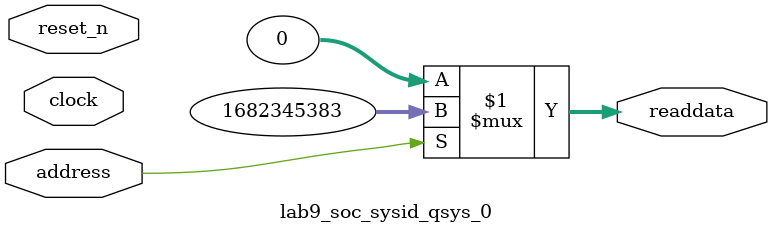
<source format=v>



// synthesis translate_off
`timescale 1ns / 1ps
// synthesis translate_on

// turn off superfluous verilog processor warnings 
// altera message_level Level1 
// altera message_off 10034 10035 10036 10037 10230 10240 10030 

module lab9_soc_sysid_qsys_0 (
               // inputs:
                address,
                clock,
                reset_n,

               // outputs:
                readdata
             )
;

  output  [ 31: 0] readdata;
  input            address;
  input            clock;
  input            reset_n;

  wire    [ 31: 0] readdata;
  //control_slave, which is an e_avalon_slave
  assign readdata = address ? 1682345383 : 0;

endmodule



</source>
